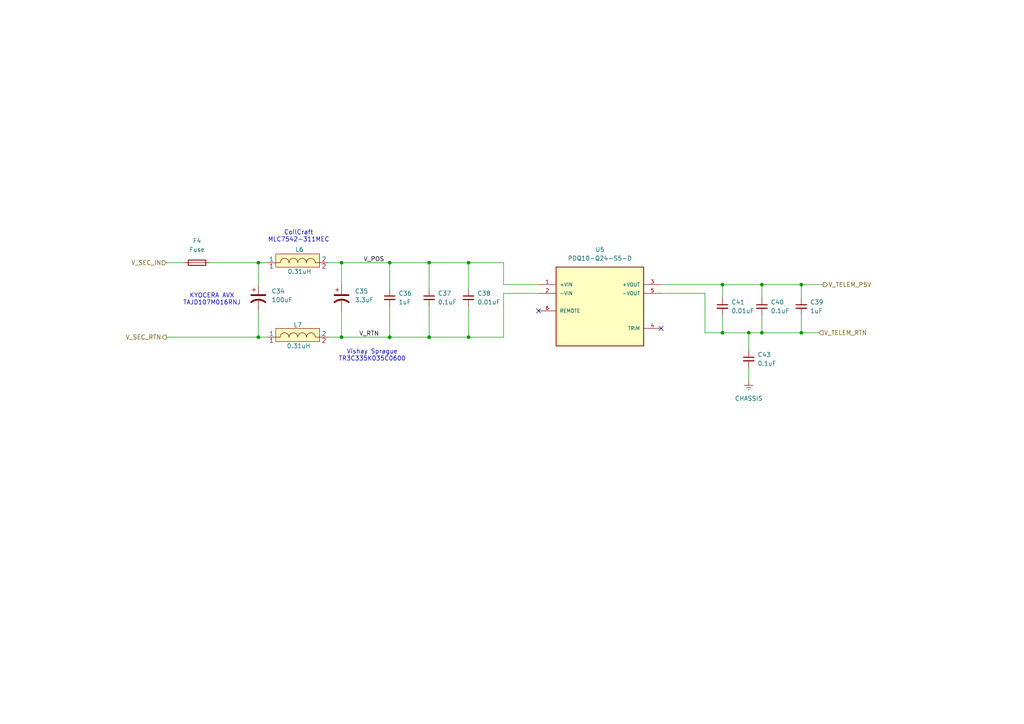
<source format=kicad_sch>
(kicad_sch
	(version 20231120)
	(generator "eeschema")
	(generator_version "8.0")
	(uuid "b7744ded-109c-46c8-ad98-e2758fb22f6e")
	(paper "A4")
	(lib_symbols
		(symbol "CUI:PDQ10-Q24-S3-D"
			(pin_names
				(offset 1.016)
			)
			(exclude_from_sim no)
			(in_bom yes)
			(on_board yes)
			(property "Reference" "U"
				(at -12.725 10.1799 0)
				(effects
					(font
						(size 1.27 1.27)
					)
					(justify left bottom)
				)
			)
			(property "Value" "PDQ10-Q24-S3-D"
				(at -12.7248 -15.2698 0)
				(effects
					(font
						(size 1.27 1.27)
					)
					(justify left bottom)
				)
			)
			(property "Footprint" "PDQ10-Q24-S3-D:CONV_PDQ10-Q24-S3-D"
				(at 0 0 0)
				(effects
					(font
						(size 1.27 1.27)
					)
					(justify bottom)
					(hide yes)
				)
			)
			(property "Datasheet" ""
				(at 0 0 0)
				(effects
					(font
						(size 1.27 1.27)
					)
					(hide yes)
				)
			)
			(property "Description" ""
				(at 0 0 0)
				(effects
					(font
						(size 1.27 1.27)
					)
					(hide yes)
				)
			)
			(property "MF" "CUI Inc."
				(at 0 0 0)
				(effects
					(font
						(size 1.27 1.27)
					)
					(justify bottom)
					(hide yes)
				)
			)
			(property "Description_1" "10 W, 4:1 Input Range, Single/Dual Regulated Output, 1500 Vdc Isolation, Dc-Dc Converter"
				(at 0 0 0)
				(effects
					(font
						(size 1.27 1.27)
					)
					(justify bottom)
					(hide yes)
				)
			)
			(property "Package" "DIP-6 CUI"
				(at 0 0 0)
				(effects
					(font
						(size 1.27 1.27)
					)
					(justify bottom)
					(hide yes)
				)
			)
			(property "Price" "None"
				(at 0 0 0)
				(effects
					(font
						(size 1.27 1.27)
					)
					(justify bottom)
					(hide yes)
				)
			)
			(property "Check_prices" "https://www.snapeda.com/parts/PDQ10-Q24-S3-D/CUI/view-part/?ref=eda"
				(at 0 0 0)
				(effects
					(font
						(size 1.27 1.27)
					)
					(justify bottom)
					(hide yes)
				)
			)
			(property "STANDARD" "Manufacturer Recommendations"
				(at 0 0 0)
				(effects
					(font
						(size 1.27 1.27)
					)
					(justify bottom)
					(hide yes)
				)
			)
			(property "PARTREV" "1.0"
				(at 0 0 0)
				(effects
					(font
						(size 1.27 1.27)
					)
					(justify bottom)
					(hide yes)
				)
			)
			(property "SnapEDA_Link" "https://www.snapeda.com/parts/PDQ10-Q24-S3-D/CUI/view-part/?ref=snap"
				(at 0 0 0)
				(effects
					(font
						(size 1.27 1.27)
					)
					(justify bottom)
					(hide yes)
				)
			)
			(property "MP" "PDQ10-Q24-S3-D"
				(at 0 0 0)
				(effects
					(font
						(size 1.27 1.27)
					)
					(justify bottom)
					(hide yes)
				)
			)
			(property "CUI_purchase_URL" "https://www.cui.com/product/dc-dc-converters/isolated/pdq10-d-series?utm_source=snapeda.com&utm_medium=referral&utm_campaign=snapedaBOM"
				(at 0 0 0)
				(effects
					(font
						(size 1.27 1.27)
					)
					(justify bottom)
					(hide yes)
				)
			)
			(property "Availability" "In Stock"
				(at 0 0 0)
				(effects
					(font
						(size 1.27 1.27)
					)
					(justify bottom)
					(hide yes)
				)
			)
			(property "MANUFACTURER" "CUI Inc"
				(at 0 0 0)
				(effects
					(font
						(size 1.27 1.27)
					)
					(justify bottom)
					(hide yes)
				)
			)
			(symbol "PDQ10-Q24-S3-D_0_0"
				(rectangle
					(start -12.7 -12.7)
					(end 12.7 10.16)
					(stroke
						(width 0.254)
						(type default)
					)
					(fill
						(type background)
					)
				)
				(pin input line
					(at -17.78 5.08 0)
					(length 5.08)
					(name "+VIN"
						(effects
							(font
								(size 1.016 1.016)
							)
						)
					)
					(number "1"
						(effects
							(font
								(size 1.016 1.016)
							)
						)
					)
				)
				(pin input line
					(at -17.78 2.54 0)
					(length 5.08)
					(name "-VIN"
						(effects
							(font
								(size 1.016 1.016)
							)
						)
					)
					(number "2"
						(effects
							(font
								(size 1.016 1.016)
							)
						)
					)
				)
				(pin output line
					(at 17.78 5.08 180)
					(length 5.08)
					(name "+VOUT"
						(effects
							(font
								(size 1.016 1.016)
							)
						)
					)
					(number "3"
						(effects
							(font
								(size 1.016 1.016)
							)
						)
					)
				)
				(pin passive line
					(at 17.78 -7.62 180)
					(length 5.08)
					(name "TRIM"
						(effects
							(font
								(size 1.016 1.016)
							)
						)
					)
					(number "4"
						(effects
							(font
								(size 1.016 1.016)
							)
						)
					)
				)
				(pin output line
					(at 17.78 2.54 180)
					(length 5.08)
					(name "-VOUT"
						(effects
							(font
								(size 1.016 1.016)
							)
						)
					)
					(number "5"
						(effects
							(font
								(size 1.016 1.016)
							)
						)
					)
				)
				(pin input line
					(at -17.78 -2.54 0)
					(length 5.08)
					(name "REMOTE"
						(effects
							(font
								(size 1.016 1.016)
							)
						)
					)
					(number "6"
						(effects
							(font
								(size 1.016 1.016)
							)
						)
					)
				)
			)
		)
		(symbol "CoilCraft:MLC7542"
			(pin_names
				(offset 0)
			)
			(exclude_from_sim no)
			(in_bom yes)
			(on_board yes)
			(property "Reference" "L"
				(at 5.334 3.81 0)
				(effects
					(font
						(size 1.27 1.27)
					)
				)
			)
			(property "Value" ""
				(at 6.35 3.302 0)
				(effects
					(font
						(size 1.27 1.27)
					)
				)
			)
			(property "Footprint" ""
				(at 6.35 3.302 0)
				(effects
					(font
						(size 1.27 1.27)
					)
					(hide yes)
				)
			)
			(property "Datasheet" ""
				(at 6.35 3.302 0)
				(effects
					(font
						(size 1.27 1.27)
					)
					(hide yes)
				)
			)
			(property "Description" ""
				(at 6.35 3.302 0)
				(effects
					(font
						(size 1.27 1.27)
					)
					(hide yes)
				)
			)
			(symbol "MLC7542_0_1"
				(arc
					(start 2.54 1.27)
					(mid 1.642 0.898)
					(end 1.27 0)
					(stroke
						(width 0)
						(type default)
					)
					(fill
						(type none)
					)
				)
				(arc
					(start 3.81 0)
					(mid 3.438 0.898)
					(end 2.54 1.27)
					(stroke
						(width 0)
						(type default)
					)
					(fill
						(type none)
					)
				)
				(arc
					(start 5.08 1.27)
					(mid 4.182 0.898)
					(end 3.81 0)
					(stroke
						(width 0)
						(type default)
					)
					(fill
						(type none)
					)
				)
				(arc
					(start 6.35 0)
					(mid 5.978 0.898)
					(end 5.08 1.27)
					(stroke
						(width 0)
						(type default)
					)
					(fill
						(type none)
					)
				)
				(arc
					(start 7.62 1.27)
					(mid 6.722 0.898)
					(end 6.35 0)
					(stroke
						(width 0)
						(type default)
					)
					(fill
						(type none)
					)
				)
				(arc
					(start 8.89 0)
					(mid 8.518 0.898)
					(end 7.62 1.27)
					(stroke
						(width 0)
						(type default)
					)
					(fill
						(type none)
					)
				)
				(arc
					(start 10.16 1.27)
					(mid 9.262 0.898)
					(end 8.89 0)
					(stroke
						(width 0)
						(type default)
					)
					(fill
						(type none)
					)
				)
				(arc
					(start 11.43 0)
					(mid 11.058 0.898)
					(end 10.16 1.27)
					(stroke
						(width 0)
						(type default)
					)
					(fill
						(type none)
					)
				)
			)
			(symbol "MLC7542_1_1"
				(polyline
					(pts
						(xy 1.27 0) (xy 0 0)
					)
					(stroke
						(width 0)
						(type default)
					)
					(fill
						(type none)
					)
				)
				(polyline
					(pts
						(xy 11.43 0) (xy 12.7 0)
					)
					(stroke
						(width 0)
						(type default)
					)
					(fill
						(type none)
					)
				)
				(rectangle
					(start 0 2.54)
					(end 12.7 -1.27)
					(stroke
						(width 0)
						(type default)
					)
					(fill
						(type background)
					)
				)
				(pin bidirectional line
					(at -2.54 0 0)
					(length 2.54)
					(name "1"
						(effects
							(font
								(size 1.27 1.27)
							)
						)
					)
					(number "1"
						(effects
							(font
								(size 1.27 1.27)
							)
						)
					)
				)
				(pin bidirectional line
					(at 15.24 0 180)
					(length 2.54)
					(name "2"
						(effects
							(font
								(size 1.27 1.27)
							)
						)
					)
					(number "2"
						(effects
							(font
								(size 1.27 1.27)
							)
						)
					)
				)
			)
		)
		(symbol "Device:C_Polarized_US"
			(pin_numbers hide)
			(pin_names
				(offset 0.254) hide)
			(exclude_from_sim no)
			(in_bom yes)
			(on_board yes)
			(property "Reference" "C"
				(at 0.635 2.54 0)
				(effects
					(font
						(size 1.27 1.27)
					)
					(justify left)
				)
			)
			(property "Value" "C_Polarized_US"
				(at 0.635 -2.54 0)
				(effects
					(font
						(size 1.27 1.27)
					)
					(justify left)
				)
			)
			(property "Footprint" ""
				(at 0 0 0)
				(effects
					(font
						(size 1.27 1.27)
					)
					(hide yes)
				)
			)
			(property "Datasheet" "~"
				(at 0 0 0)
				(effects
					(font
						(size 1.27 1.27)
					)
					(hide yes)
				)
			)
			(property "Description" "Polarized capacitor, US symbol"
				(at 0 0 0)
				(effects
					(font
						(size 1.27 1.27)
					)
					(hide yes)
				)
			)
			(property "ki_keywords" "cap capacitor"
				(at 0 0 0)
				(effects
					(font
						(size 1.27 1.27)
					)
					(hide yes)
				)
			)
			(property "ki_fp_filters" "CP_*"
				(at 0 0 0)
				(effects
					(font
						(size 1.27 1.27)
					)
					(hide yes)
				)
			)
			(symbol "C_Polarized_US_0_1"
				(polyline
					(pts
						(xy -2.032 0.762) (xy 2.032 0.762)
					)
					(stroke
						(width 0.508)
						(type default)
					)
					(fill
						(type none)
					)
				)
				(polyline
					(pts
						(xy -1.778 2.286) (xy -0.762 2.286)
					)
					(stroke
						(width 0)
						(type default)
					)
					(fill
						(type none)
					)
				)
				(polyline
					(pts
						(xy -1.27 1.778) (xy -1.27 2.794)
					)
					(stroke
						(width 0)
						(type default)
					)
					(fill
						(type none)
					)
				)
				(arc
					(start 2.032 -1.27)
					(mid 0 -0.5572)
					(end -2.032 -1.27)
					(stroke
						(width 0.508)
						(type default)
					)
					(fill
						(type none)
					)
				)
			)
			(symbol "C_Polarized_US_1_1"
				(pin passive line
					(at 0 3.81 270)
					(length 2.794)
					(name "~"
						(effects
							(font
								(size 1.27 1.27)
							)
						)
					)
					(number "1"
						(effects
							(font
								(size 1.27 1.27)
							)
						)
					)
				)
				(pin passive line
					(at 0 -3.81 90)
					(length 3.302)
					(name "~"
						(effects
							(font
								(size 1.27 1.27)
							)
						)
					)
					(number "2"
						(effects
							(font
								(size 1.27 1.27)
							)
						)
					)
				)
			)
		)
		(symbol "Device:C_Small"
			(pin_numbers hide)
			(pin_names
				(offset 0.254) hide)
			(exclude_from_sim no)
			(in_bom yes)
			(on_board yes)
			(property "Reference" "C"
				(at 0.254 1.778 0)
				(effects
					(font
						(size 1.27 1.27)
					)
					(justify left)
				)
			)
			(property "Value" "C_Small"
				(at 0.254 -2.032 0)
				(effects
					(font
						(size 1.27 1.27)
					)
					(justify left)
				)
			)
			(property "Footprint" ""
				(at 0 0 0)
				(effects
					(font
						(size 1.27 1.27)
					)
					(hide yes)
				)
			)
			(property "Datasheet" "~"
				(at 0 0 0)
				(effects
					(font
						(size 1.27 1.27)
					)
					(hide yes)
				)
			)
			(property "Description" "Unpolarized capacitor, small symbol"
				(at 0 0 0)
				(effects
					(font
						(size 1.27 1.27)
					)
					(hide yes)
				)
			)
			(property "ki_keywords" "capacitor cap"
				(at 0 0 0)
				(effects
					(font
						(size 1.27 1.27)
					)
					(hide yes)
				)
			)
			(property "ki_fp_filters" "C_*"
				(at 0 0 0)
				(effects
					(font
						(size 1.27 1.27)
					)
					(hide yes)
				)
			)
			(symbol "C_Small_0_1"
				(polyline
					(pts
						(xy -1.524 -0.508) (xy 1.524 -0.508)
					)
					(stroke
						(width 0.3302)
						(type default)
					)
					(fill
						(type none)
					)
				)
				(polyline
					(pts
						(xy -1.524 0.508) (xy 1.524 0.508)
					)
					(stroke
						(width 0.3048)
						(type default)
					)
					(fill
						(type none)
					)
				)
			)
			(symbol "C_Small_1_1"
				(pin passive line
					(at 0 2.54 270)
					(length 2.032)
					(name "~"
						(effects
							(font
								(size 1.27 1.27)
							)
						)
					)
					(number "1"
						(effects
							(font
								(size 1.27 1.27)
							)
						)
					)
				)
				(pin passive line
					(at 0 -2.54 90)
					(length 2.032)
					(name "~"
						(effects
							(font
								(size 1.27 1.27)
							)
						)
					)
					(number "2"
						(effects
							(font
								(size 1.27 1.27)
							)
						)
					)
				)
			)
		)
		(symbol "Device:Fuse"
			(pin_numbers hide)
			(pin_names
				(offset 0)
			)
			(exclude_from_sim no)
			(in_bom yes)
			(on_board yes)
			(property "Reference" "F"
				(at 2.032 0 90)
				(effects
					(font
						(size 1.27 1.27)
					)
				)
			)
			(property "Value" "Fuse"
				(at -1.905 0 90)
				(effects
					(font
						(size 1.27 1.27)
					)
				)
			)
			(property "Footprint" ""
				(at -1.778 0 90)
				(effects
					(font
						(size 1.27 1.27)
					)
					(hide yes)
				)
			)
			(property "Datasheet" "~"
				(at 0 0 0)
				(effects
					(font
						(size 1.27 1.27)
					)
					(hide yes)
				)
			)
			(property "Description" "Fuse"
				(at 0 0 0)
				(effects
					(font
						(size 1.27 1.27)
					)
					(hide yes)
				)
			)
			(property "ki_keywords" "fuse"
				(at 0 0 0)
				(effects
					(font
						(size 1.27 1.27)
					)
					(hide yes)
				)
			)
			(property "ki_fp_filters" "*Fuse*"
				(at 0 0 0)
				(effects
					(font
						(size 1.27 1.27)
					)
					(hide yes)
				)
			)
			(symbol "Fuse_0_1"
				(rectangle
					(start -0.762 -2.54)
					(end 0.762 2.54)
					(stroke
						(width 0.254)
						(type default)
					)
					(fill
						(type none)
					)
				)
				(polyline
					(pts
						(xy 0 2.54) (xy 0 -2.54)
					)
					(stroke
						(width 0)
						(type default)
					)
					(fill
						(type none)
					)
				)
			)
			(symbol "Fuse_1_1"
				(pin passive line
					(at 0 3.81 270)
					(length 1.27)
					(name "~"
						(effects
							(font
								(size 1.27 1.27)
							)
						)
					)
					(number "1"
						(effects
							(font
								(size 1.27 1.27)
							)
						)
					)
				)
				(pin passive line
					(at 0 -3.81 90)
					(length 1.27)
					(name "~"
						(effects
							(font
								(size 1.27 1.27)
							)
						)
					)
					(number "2"
						(effects
							(font
								(size 1.27 1.27)
							)
						)
					)
				)
			)
		)
		(symbol "power:Earth"
			(power)
			(pin_numbers hide)
			(pin_names
				(offset 0) hide)
			(exclude_from_sim no)
			(in_bom yes)
			(on_board yes)
			(property "Reference" "#PWR"
				(at 0 -6.35 0)
				(effects
					(font
						(size 1.27 1.27)
					)
					(hide yes)
				)
			)
			(property "Value" "Earth"
				(at 0 -3.81 0)
				(effects
					(font
						(size 1.27 1.27)
					)
				)
			)
			(property "Footprint" ""
				(at 0 0 0)
				(effects
					(font
						(size 1.27 1.27)
					)
					(hide yes)
				)
			)
			(property "Datasheet" "~"
				(at 0 0 0)
				(effects
					(font
						(size 1.27 1.27)
					)
					(hide yes)
				)
			)
			(property "Description" "Power symbol creates a global label with name \"Earth\""
				(at 0 0 0)
				(effects
					(font
						(size 1.27 1.27)
					)
					(hide yes)
				)
			)
			(property "ki_keywords" "global ground gnd"
				(at 0 0 0)
				(effects
					(font
						(size 1.27 1.27)
					)
					(hide yes)
				)
			)
			(symbol "Earth_0_1"
				(polyline
					(pts
						(xy -0.635 -1.905) (xy 0.635 -1.905)
					)
					(stroke
						(width 0)
						(type default)
					)
					(fill
						(type none)
					)
				)
				(polyline
					(pts
						(xy -0.127 -2.54) (xy 0.127 -2.54)
					)
					(stroke
						(width 0)
						(type default)
					)
					(fill
						(type none)
					)
				)
				(polyline
					(pts
						(xy 0 -1.27) (xy 0 0)
					)
					(stroke
						(width 0)
						(type default)
					)
					(fill
						(type none)
					)
				)
				(polyline
					(pts
						(xy 1.27 -1.27) (xy -1.27 -1.27)
					)
					(stroke
						(width 0)
						(type default)
					)
					(fill
						(type none)
					)
				)
			)
			(symbol "Earth_1_1"
				(pin power_in line
					(at 0 0 270)
					(length 0)
					(name "~"
						(effects
							(font
								(size 1.27 1.27)
							)
						)
					)
					(number "1"
						(effects
							(font
								(size 1.27 1.27)
							)
						)
					)
				)
			)
		)
	)
	(junction
		(at 113.03 97.79)
		(diameter 0)
		(color 0 0 0 0)
		(uuid "0ce0ea09-c738-425e-a826-69418a254374")
	)
	(junction
		(at 209.55 96.52)
		(diameter 0)
		(color 0 0 0 0)
		(uuid "2376f1fb-42d9-4de6-815a-f58a6e5f2cec")
	)
	(junction
		(at 217.17 96.52)
		(diameter 0)
		(color 0 0 0 0)
		(uuid "2480c5e1-a722-4fcd-9bab-9308bdf8037a")
	)
	(junction
		(at 74.93 76.2)
		(diameter 0)
		(color 0 0 0 0)
		(uuid "3d9579b6-3c25-47ab-b127-a6f2fb279565")
	)
	(junction
		(at 220.98 96.52)
		(diameter 0)
		(color 0 0 0 0)
		(uuid "5d92bbeb-c1ee-4439-bb91-44305ed6885a")
	)
	(junction
		(at 124.46 76.2)
		(diameter 0)
		(color 0 0 0 0)
		(uuid "5d9d8e5a-96c2-4c38-b45e-0a96333b9fcd")
	)
	(junction
		(at 135.89 97.79)
		(diameter 0)
		(color 0 0 0 0)
		(uuid "5e82c029-631b-48fd-9761-016ee6afd685")
	)
	(junction
		(at 232.41 82.55)
		(diameter 0)
		(color 0 0 0 0)
		(uuid "68dba727-dc17-43e8-be36-525e43e366e6")
	)
	(junction
		(at 99.06 97.79)
		(diameter 0)
		(color 0 0 0 0)
		(uuid "8c3dfdbf-6505-408e-a141-5b6d0f9de3ae")
	)
	(junction
		(at 99.06 76.2)
		(diameter 0)
		(color 0 0 0 0)
		(uuid "9f5b642d-cf92-4392-95bc-db7e822b1ee6")
	)
	(junction
		(at 209.55 82.55)
		(diameter 0)
		(color 0 0 0 0)
		(uuid "c5c8cdad-1012-4bb4-8194-5c319ceeed5d")
	)
	(junction
		(at 220.98 82.55)
		(diameter 0)
		(color 0 0 0 0)
		(uuid "db428d50-621d-4746-b666-921588e64a3b")
	)
	(junction
		(at 113.03 76.2)
		(diameter 0)
		(color 0 0 0 0)
		(uuid "e1d17820-39cf-4881-bb06-3069d3e09dd0")
	)
	(junction
		(at 74.93 97.79)
		(diameter 0)
		(color 0 0 0 0)
		(uuid "e4fa23ac-2a85-4a9e-b978-e881abe0812f")
	)
	(junction
		(at 124.46 97.79)
		(diameter 0)
		(color 0 0 0 0)
		(uuid "e77a9fac-ba6f-4937-bd1a-1679b8646795")
	)
	(junction
		(at 232.41 96.52)
		(diameter 0)
		(color 0 0 0 0)
		(uuid "f0b639d9-59d7-44f8-a97a-71e089436da9")
	)
	(junction
		(at 135.89 76.2)
		(diameter 0)
		(color 0 0 0 0)
		(uuid "f27b1f33-72cb-4a90-bdc7-06d99ea05f17")
	)
	(no_connect
		(at 191.77 95.25)
		(uuid "031c864d-1d61-4eb8-affd-c76b33171c87")
	)
	(no_connect
		(at 156.21 90.17)
		(uuid "782db715-1dec-47aa-8fbd-1b8d08b3bbd3")
	)
	(wire
		(pts
			(xy 113.03 97.79) (xy 99.06 97.79)
		)
		(stroke
			(width 0)
			(type default)
		)
		(uuid "01753280-2b49-4bd6-9e29-b20e67516307")
	)
	(wire
		(pts
			(xy 135.89 97.79) (xy 124.46 97.79)
		)
		(stroke
			(width 0)
			(type default)
		)
		(uuid "02ae4df2-7431-492c-a528-774d2a358ab1")
	)
	(wire
		(pts
			(xy 232.41 96.52) (xy 237.49 96.52)
		)
		(stroke
			(width 0)
			(type default)
		)
		(uuid "04b6062a-eb6f-451a-a151-b0771d655f82")
	)
	(wire
		(pts
			(xy 48.26 97.79) (xy 74.93 97.79)
		)
		(stroke
			(width 0)
			(type default)
		)
		(uuid "07ba2863-f795-4626-b573-9cf5ad38d9d6")
	)
	(wire
		(pts
			(xy 99.06 76.2) (xy 95.25 76.2)
		)
		(stroke
			(width 0)
			(type default)
		)
		(uuid "0b003cda-5667-433f-b1c9-382a57875af3")
	)
	(wire
		(pts
			(xy 232.41 82.55) (xy 232.41 86.36)
		)
		(stroke
			(width 0)
			(type default)
		)
		(uuid "0dffbf72-9109-470a-a6c4-a1665b0bfd6f")
	)
	(wire
		(pts
			(xy 146.05 76.2) (xy 146.05 82.55)
		)
		(stroke
			(width 0)
			(type default)
		)
		(uuid "0e4cc68a-d32e-434c-aba1-c592ed689488")
	)
	(wire
		(pts
			(xy 217.17 96.52) (xy 217.17 101.6)
		)
		(stroke
			(width 0)
			(type default)
		)
		(uuid "1a173448-fffe-45e2-a08a-42d16cca0455")
	)
	(wire
		(pts
			(xy 220.98 91.44) (xy 220.98 96.52)
		)
		(stroke
			(width 0)
			(type default)
		)
		(uuid "1d10b6a6-da80-44fb-b1a4-deb0c1694841")
	)
	(wire
		(pts
			(xy 232.41 82.55) (xy 238.76 82.55)
		)
		(stroke
			(width 0)
			(type default)
		)
		(uuid "21860a1a-2fd2-49c9-a69a-b7075a96e913")
	)
	(wire
		(pts
			(xy 124.46 97.79) (xy 113.03 97.79)
		)
		(stroke
			(width 0)
			(type default)
		)
		(uuid "2a40963e-5852-493d-8a12-042c7cdaeac8")
	)
	(wire
		(pts
			(xy 99.06 76.2) (xy 113.03 76.2)
		)
		(stroke
			(width 0)
			(type default)
		)
		(uuid "2d4e435a-881b-48ea-b12c-276e52605443")
	)
	(wire
		(pts
			(xy 60.96 76.2) (xy 74.93 76.2)
		)
		(stroke
			(width 0)
			(type default)
		)
		(uuid "36a1b167-48f6-4779-9a8d-58a4fe103aaa")
	)
	(wire
		(pts
			(xy 99.06 97.79) (xy 95.25 97.79)
		)
		(stroke
			(width 0)
			(type default)
		)
		(uuid "3ffe0e6a-cb4f-4a29-88bf-eb2eca70aa55")
	)
	(wire
		(pts
			(xy 146.05 97.79) (xy 135.89 97.79)
		)
		(stroke
			(width 0)
			(type default)
		)
		(uuid "494f76c3-1f23-4da9-a9c1-3d7ce073e6a6")
	)
	(wire
		(pts
			(xy 204.47 96.52) (xy 209.55 96.52)
		)
		(stroke
			(width 0)
			(type default)
		)
		(uuid "49e8c4b8-50e1-4d08-8400-1eb30cfe3d8b")
	)
	(wire
		(pts
			(xy 146.05 82.55) (xy 156.21 82.55)
		)
		(stroke
			(width 0)
			(type default)
		)
		(uuid "562782d9-7d69-457b-b8c7-06eb5662825f")
	)
	(wire
		(pts
			(xy 124.46 76.2) (xy 124.46 83.82)
		)
		(stroke
			(width 0)
			(type default)
		)
		(uuid "6f4270cf-7fb6-478a-8a1c-d02098af4116")
	)
	(wire
		(pts
			(xy 220.98 82.55) (xy 220.98 86.36)
		)
		(stroke
			(width 0)
			(type default)
		)
		(uuid "78187b63-c55a-4d11-b768-f5c631201858")
	)
	(wire
		(pts
			(xy 74.93 76.2) (xy 74.93 82.55)
		)
		(stroke
			(width 0)
			(type default)
		)
		(uuid "7988cbc8-cd1a-4ae3-8119-b870c8edf03d")
	)
	(wire
		(pts
			(xy 204.47 85.09) (xy 204.47 96.52)
		)
		(stroke
			(width 0)
			(type default)
		)
		(uuid "7c7b864f-2b31-486d-abba-900183ebf228")
	)
	(wire
		(pts
			(xy 146.05 85.09) (xy 156.21 85.09)
		)
		(stroke
			(width 0)
			(type default)
		)
		(uuid "7d4889e4-ebcb-40a1-896a-13e26fdad201")
	)
	(wire
		(pts
			(xy 209.55 82.55) (xy 220.98 82.55)
		)
		(stroke
			(width 0)
			(type default)
		)
		(uuid "8b492129-aa96-41ad-b502-032b44f2401c")
	)
	(wire
		(pts
			(xy 191.77 85.09) (xy 204.47 85.09)
		)
		(stroke
			(width 0)
			(type default)
		)
		(uuid "928f873e-ed58-4a3f-b303-7b3ab8e30310")
	)
	(wire
		(pts
			(xy 220.98 82.55) (xy 232.41 82.55)
		)
		(stroke
			(width 0)
			(type default)
		)
		(uuid "955ef3e7-53a2-49f2-aa0f-59a49695d893")
	)
	(wire
		(pts
			(xy 74.93 76.2) (xy 77.47 76.2)
		)
		(stroke
			(width 0)
			(type default)
		)
		(uuid "97f5aef7-72f6-4b21-9a99-fc31c7a5b91b")
	)
	(wire
		(pts
			(xy 135.89 88.9) (xy 135.89 97.79)
		)
		(stroke
			(width 0)
			(type default)
		)
		(uuid "9a3a4fd0-e6cd-4f6d-bd11-676f9453a017")
	)
	(wire
		(pts
			(xy 99.06 90.17) (xy 99.06 97.79)
		)
		(stroke
			(width 0)
			(type default)
		)
		(uuid "9d3a24f7-d874-4f09-8bb7-4524fd57ca16")
	)
	(wire
		(pts
			(xy 74.93 97.79) (xy 77.47 97.79)
		)
		(stroke
			(width 0)
			(type default)
		)
		(uuid "9f499458-5d7b-4642-ae89-af0185abcb0e")
	)
	(wire
		(pts
			(xy 146.05 85.09) (xy 146.05 97.79)
		)
		(stroke
			(width 0)
			(type default)
		)
		(uuid "9f9a61ac-cf23-4fed-9c6f-2c2f576f808e")
	)
	(wire
		(pts
			(xy 232.41 91.44) (xy 232.41 96.52)
		)
		(stroke
			(width 0)
			(type default)
		)
		(uuid "aa357873-620c-49d7-8944-e4a1912dce6a")
	)
	(wire
		(pts
			(xy 113.03 76.2) (xy 124.46 76.2)
		)
		(stroke
			(width 0)
			(type default)
		)
		(uuid "ac98f086-3ef7-4fc2-b12e-e1546a8e86ce")
	)
	(wire
		(pts
			(xy 124.46 88.9) (xy 124.46 97.79)
		)
		(stroke
			(width 0)
			(type default)
		)
		(uuid "ada339b0-1f83-420c-b97a-003f34d924ac")
	)
	(wire
		(pts
			(xy 74.93 90.17) (xy 74.93 97.79)
		)
		(stroke
			(width 0)
			(type default)
		)
		(uuid "af70471b-7ecb-4861-bf3a-3fc6619d21e9")
	)
	(wire
		(pts
			(xy 220.98 96.52) (xy 232.41 96.52)
		)
		(stroke
			(width 0)
			(type default)
		)
		(uuid "b0913b51-84fb-4477-89c5-754670882a32")
	)
	(wire
		(pts
			(xy 135.89 76.2) (xy 135.89 83.82)
		)
		(stroke
			(width 0)
			(type default)
		)
		(uuid "b85d5d95-68fb-4f19-a308-e70c475cfbdd")
	)
	(wire
		(pts
			(xy 217.17 106.68) (xy 217.17 110.49)
		)
		(stroke
			(width 0)
			(type default)
		)
		(uuid "b8e34386-49e5-4df7-b8b8-51ec484aad76")
	)
	(wire
		(pts
			(xy 217.17 96.52) (xy 220.98 96.52)
		)
		(stroke
			(width 0)
			(type default)
		)
		(uuid "c1a900e9-75b9-4cf5-b31f-2e1938a6ff54")
	)
	(wire
		(pts
			(xy 135.89 76.2) (xy 146.05 76.2)
		)
		(stroke
			(width 0)
			(type default)
		)
		(uuid "c7e14ebd-65d6-4ab1-bbb7-6e5acee100f7")
	)
	(wire
		(pts
			(xy 209.55 96.52) (xy 217.17 96.52)
		)
		(stroke
			(width 0)
			(type default)
		)
		(uuid "c9788c7a-f6b0-4c15-a0ff-db4ff6c4bae4")
	)
	(wire
		(pts
			(xy 209.55 82.55) (xy 209.55 86.36)
		)
		(stroke
			(width 0)
			(type default)
		)
		(uuid "d24de48e-fab5-4d30-a045-9d57859cdcdf")
	)
	(wire
		(pts
			(xy 209.55 91.44) (xy 209.55 96.52)
		)
		(stroke
			(width 0)
			(type default)
		)
		(uuid "d5c4799c-3602-4a4d-8e1c-e0b240f13def")
	)
	(wire
		(pts
			(xy 113.03 88.9) (xy 113.03 97.79)
		)
		(stroke
			(width 0)
			(type default)
		)
		(uuid "da90c36a-ae4c-4543-adc1-d4cc3ec912ea")
	)
	(wire
		(pts
			(xy 113.03 76.2) (xy 113.03 83.82)
		)
		(stroke
			(width 0)
			(type default)
		)
		(uuid "e53179e1-284e-4612-97af-455272081c5d")
	)
	(wire
		(pts
			(xy 191.77 82.55) (xy 209.55 82.55)
		)
		(stroke
			(width 0)
			(type default)
		)
		(uuid "ea812dc3-3226-45f8-978f-ddd5d3cf5ab1")
	)
	(wire
		(pts
			(xy 48.26 76.2) (xy 53.34 76.2)
		)
		(stroke
			(width 0)
			(type default)
		)
		(uuid "ea83be9d-6e5e-463e-8868-ff2af58bbb3b")
	)
	(wire
		(pts
			(xy 99.06 82.55) (xy 99.06 76.2)
		)
		(stroke
			(width 0)
			(type default)
		)
		(uuid "ee918579-48e7-4387-b0c6-854dfbe7e5a2")
	)
	(wire
		(pts
			(xy 124.46 76.2) (xy 135.89 76.2)
		)
		(stroke
			(width 0)
			(type default)
		)
		(uuid "f6834ddf-ae90-449b-abb8-94087cd4d1f0")
	)
	(text "CoilCraft\nMLC7542-311MEC"
		(exclude_from_sim no)
		(at 86.614 68.58 0)
		(effects
			(font
				(size 1.27 1.27)
			)
		)
		(uuid "6b158f83-711d-48ca-90ff-78cc1dbe304b")
	)
	(text "Vishay Sprague\nTR3C335K035C0600"
		(exclude_from_sim no)
		(at 107.95 103.124 0)
		(effects
			(font
				(size 1.27 1.27)
			)
		)
		(uuid "aede731e-06f1-482a-957f-d91798d86188")
	)
	(text "KYOCERA AVX\nTAJD107M016RNJ"
		(exclude_from_sim no)
		(at 61.468 86.868 0)
		(effects
			(font
				(size 1.27 1.27)
			)
		)
		(uuid "f0f0f5db-4dcb-4d73-ad64-7bd07a2a753e")
	)
	(label "V_RTN"
		(at 104.14 97.79 0)
		(fields_autoplaced yes)
		(effects
			(font
				(size 1.27 1.27)
			)
			(justify left bottom)
		)
		(uuid "6d0b91c8-3921-4b21-b01e-14d9ac739d98")
	)
	(label "V_POS"
		(at 105.41 76.2 0)
		(fields_autoplaced yes)
		(effects
			(font
				(size 1.27 1.27)
			)
			(justify left bottom)
		)
		(uuid "f5b5726c-4e85-4e24-b60c-12d32539904d")
	)
	(hierarchical_label "V_TELEM_RTN"
		(shape input)
		(at 237.49 96.52 0)
		(fields_autoplaced yes)
		(effects
			(font
				(size 1.27 1.27)
			)
			(justify left)
		)
		(uuid "681010ae-d6f5-41a0-9f55-eeadcdbc8201")
	)
	(hierarchical_label "V_SEC_IN"
		(shape input)
		(at 48.26 76.2 180)
		(fields_autoplaced yes)
		(effects
			(font
				(size 1.27 1.27)
			)
			(justify right)
		)
		(uuid "6f4a97e4-623c-4be7-bc9e-c7b1f2bdd8e5")
	)
	(hierarchical_label "V_SEC_RTN"
		(shape output)
		(at 48.26 97.79 180)
		(fields_autoplaced yes)
		(effects
			(font
				(size 1.27 1.27)
			)
			(justify right)
		)
		(uuid "cf306afd-961b-4166-b281-63de5df00f3e")
	)
	(hierarchical_label "V_TELEM_P5V"
		(shape output)
		(at 238.76 82.55 0)
		(fields_autoplaced yes)
		(effects
			(font
				(size 1.27 1.27)
			)
			(justify left)
		)
		(uuid "f7aacde6-f7dd-4b3b-835e-7b48e5ecc443")
	)
	(symbol
		(lib_id "Device:C_Polarized_US")
		(at 74.93 86.36 0)
		(unit 1)
		(exclude_from_sim no)
		(in_bom yes)
		(on_board yes)
		(dnp no)
		(fields_autoplaced yes)
		(uuid "014ff4fd-bc6a-4711-8e43-194fa46b6b20")
		(property "Reference" "C34"
			(at 78.74 84.4549 0)
			(effects
				(font
					(size 1.27 1.27)
				)
				(justify left)
			)
		)
		(property "Value" "100uF"
			(at 78.74 86.9949 0)
			(effects
				(font
					(size 1.27 1.27)
				)
				(justify left)
			)
		)
		(property "Footprint" "Capacitor_Tantalum_SMD:CP_EIA-7343-20_Kemet-V"
			(at 74.93 86.36 0)
			(effects
				(font
					(size 1.27 1.27)
				)
				(hide yes)
			)
		)
		(property "Datasheet" "~"
			(at 74.93 86.36 0)
			(effects
				(font
					(size 1.27 1.27)
				)
				(hide yes)
			)
		)
		(property "Description" "Polarized capacitor, US symbol"
			(at 74.93 86.36 0)
			(effects
				(font
					(size 1.27 1.27)
				)
				(hide yes)
			)
		)
		(pin "1"
			(uuid "ce32926e-ffd2-4b8b-b150-858dc42e3035")
		)
		(pin "2"
			(uuid "e3f61c38-fc96-4c0b-b999-83ff26098193")
		)
		(instances
			(project "TPC_Warm_PDU"
				(path "/82db3d13-eee7-4cef-9304-5eb9febba289/b6895e8b-2d21-47e2-aeea-9a8b65123b4c"
					(reference "C34")
					(unit 1)
				)
			)
		)
	)
	(symbol
		(lib_id "Device:C_Small")
		(at 220.98 88.9 0)
		(unit 1)
		(exclude_from_sim no)
		(in_bom yes)
		(on_board yes)
		(dnp no)
		(fields_autoplaced yes)
		(uuid "1fd64987-16f9-4697-bccb-c0f487f3890a")
		(property "Reference" "C40"
			(at 223.52 87.6362 0)
			(effects
				(font
					(size 1.27 1.27)
				)
				(justify left)
			)
		)
		(property "Value" "0.1uF"
			(at 223.52 90.1762 0)
			(effects
				(font
					(size 1.27 1.27)
				)
				(justify left)
			)
		)
		(property "Footprint" "Capacitor_SMD:C_0603_1608Metric"
			(at 220.98 88.9 0)
			(effects
				(font
					(size 1.27 1.27)
				)
				(hide yes)
			)
		)
		(property "Datasheet" "~"
			(at 220.98 88.9 0)
			(effects
				(font
					(size 1.27 1.27)
				)
				(hide yes)
			)
		)
		(property "Description" "Unpolarized capacitor, small symbol"
			(at 220.98 88.9 0)
			(effects
				(font
					(size 1.27 1.27)
				)
				(hide yes)
			)
		)
		(pin "2"
			(uuid "903d0cde-6eb3-4983-afbd-483dc41be7a4")
		)
		(pin "1"
			(uuid "33825615-35f3-4319-abcb-330501b54049")
		)
		(instances
			(project "TPC_Warm_PDU"
				(path "/82db3d13-eee7-4cef-9304-5eb9febba289/b6895e8b-2d21-47e2-aeea-9a8b65123b4c"
					(reference "C40")
					(unit 1)
				)
			)
		)
	)
	(symbol
		(lib_id "Device:C_Small")
		(at 113.03 86.36 0)
		(unit 1)
		(exclude_from_sim no)
		(in_bom yes)
		(on_board yes)
		(dnp no)
		(fields_autoplaced yes)
		(uuid "49329201-525f-4165-b932-d9c42390c25c")
		(property "Reference" "C36"
			(at 115.57 85.0962 0)
			(effects
				(font
					(size 1.27 1.27)
				)
				(justify left)
			)
		)
		(property "Value" "1uF"
			(at 115.57 87.6362 0)
			(effects
				(font
					(size 1.27 1.27)
				)
				(justify left)
			)
		)
		(property "Footprint" "Capacitor_SMD:C_0603_1608Metric"
			(at 113.03 86.36 0)
			(effects
				(font
					(size 1.27 1.27)
				)
				(hide yes)
			)
		)
		(property "Datasheet" "~"
			(at 113.03 86.36 0)
			(effects
				(font
					(size 1.27 1.27)
				)
				(hide yes)
			)
		)
		(property "Description" "Unpolarized capacitor, small symbol"
			(at 113.03 86.36 0)
			(effects
				(font
					(size 1.27 1.27)
				)
				(hide yes)
			)
		)
		(pin "2"
			(uuid "761fa6bd-2f24-4dc8-8f71-5962fab4087b")
		)
		(pin "1"
			(uuid "fcc83ab9-b7c4-40aa-b865-9e25c5ce8d9f")
		)
		(instances
			(project "TPC_Warm_PDU"
				(path "/82db3d13-eee7-4cef-9304-5eb9febba289/b6895e8b-2d21-47e2-aeea-9a8b65123b4c"
					(reference "C36")
					(unit 1)
				)
			)
		)
	)
	(symbol
		(lib_id "CoilCraft:MLC7542")
		(at 80.01 76.2 0)
		(unit 1)
		(exclude_from_sim no)
		(in_bom yes)
		(on_board yes)
		(dnp no)
		(uuid "4f0fe658-6ab3-4bd2-b89c-335d39f5e0b7")
		(property "Reference" "L6"
			(at 86.868 72.39 0)
			(effects
				(font
					(size 1.27 1.27)
				)
			)
		)
		(property "Value" "0.31uH"
			(at 86.868 78.74 0)
			(effects
				(font
					(size 1.27 1.27)
				)
			)
		)
		(property "Footprint" "CoilCraft:MLC7542-311MEC"
			(at 86.36 72.898 0)
			(effects
				(font
					(size 1.27 1.27)
				)
				(hide yes)
			)
		)
		(property "Datasheet" ""
			(at 86.36 72.898 0)
			(effects
				(font
					(size 1.27 1.27)
				)
				(hide yes)
			)
		)
		(property "Description" ""
			(at 86.36 72.898 0)
			(effects
				(font
					(size 1.27 1.27)
				)
				(hide yes)
			)
		)
		(pin "2"
			(uuid "c8994b43-2cd3-453e-8fc1-0dcb54a6fa77")
		)
		(pin "1"
			(uuid "bc5ab692-16bd-4c17-8d74-c5f0230994d6")
		)
		(instances
			(project "TPC_Warm_PDU"
				(path "/82db3d13-eee7-4cef-9304-5eb9febba289/b6895e8b-2d21-47e2-aeea-9a8b65123b4c"
					(reference "L6")
					(unit 1)
				)
			)
		)
	)
	(symbol
		(lib_id "Device:C_Small")
		(at 135.89 86.36 0)
		(unit 1)
		(exclude_from_sim no)
		(in_bom yes)
		(on_board yes)
		(dnp no)
		(fields_autoplaced yes)
		(uuid "57dd14c6-3092-4adb-a5f0-6f5c959c27e7")
		(property "Reference" "C38"
			(at 138.43 85.0962 0)
			(effects
				(font
					(size 1.27 1.27)
				)
				(justify left)
			)
		)
		(property "Value" "0.01uF"
			(at 138.43 87.6362 0)
			(effects
				(font
					(size 1.27 1.27)
				)
				(justify left)
			)
		)
		(property "Footprint" "Capacitor_SMD:C_0603_1608Metric"
			(at 135.89 86.36 0)
			(effects
				(font
					(size 1.27 1.27)
				)
				(hide yes)
			)
		)
		(property "Datasheet" "~"
			(at 135.89 86.36 0)
			(effects
				(font
					(size 1.27 1.27)
				)
				(hide yes)
			)
		)
		(property "Description" "Unpolarized capacitor, small symbol"
			(at 135.89 86.36 0)
			(effects
				(font
					(size 1.27 1.27)
				)
				(hide yes)
			)
		)
		(pin "2"
			(uuid "cd1f5e63-6bb8-4f5a-953b-d15fcbec919c")
		)
		(pin "1"
			(uuid "449bb230-de38-4eb6-8369-357aee0bcd3b")
		)
		(instances
			(project "TPC_Warm_PDU"
				(path "/82db3d13-eee7-4cef-9304-5eb9febba289/b6895e8b-2d21-47e2-aeea-9a8b65123b4c"
					(reference "C38")
					(unit 1)
				)
			)
		)
	)
	(symbol
		(lib_id "Device:C_Small")
		(at 217.17 104.14 0)
		(unit 1)
		(exclude_from_sim no)
		(in_bom yes)
		(on_board yes)
		(dnp no)
		(fields_autoplaced yes)
		(uuid "626fdb83-590f-475b-b476-5cd5e964bdbf")
		(property "Reference" "C43"
			(at 219.71 102.8762 0)
			(effects
				(font
					(size 1.27 1.27)
				)
				(justify left)
			)
		)
		(property "Value" "0.1uF"
			(at 219.71 105.4162 0)
			(effects
				(font
					(size 1.27 1.27)
				)
				(justify left)
			)
		)
		(property "Footprint" "Capacitor_SMD:C_0603_1608Metric"
			(at 217.17 104.14 0)
			(effects
				(font
					(size 1.27 1.27)
				)
				(hide yes)
			)
		)
		(property "Datasheet" "~"
			(at 217.17 104.14 0)
			(effects
				(font
					(size 1.27 1.27)
				)
				(hide yes)
			)
		)
		(property "Description" "Unpolarized capacitor, small symbol"
			(at 217.17 104.14 0)
			(effects
				(font
					(size 1.27 1.27)
				)
				(hide yes)
			)
		)
		(pin "2"
			(uuid "f642df19-7992-47f4-ab2f-5c8bddb590ef")
		)
		(pin "1"
			(uuid "715ab5c5-2632-4d8a-a7a3-8c85cd17aed1")
		)
		(instances
			(project "TPC_Warm_PDU"
				(path "/82db3d13-eee7-4cef-9304-5eb9febba289/b6895e8b-2d21-47e2-aeea-9a8b65123b4c"
					(reference "C43")
					(unit 1)
				)
			)
		)
	)
	(symbol
		(lib_id "CUI:PDQ10-Q24-S3-D")
		(at 173.99 87.63 0)
		(unit 1)
		(exclude_from_sim no)
		(in_bom yes)
		(on_board yes)
		(dnp no)
		(fields_autoplaced yes)
		(uuid "6ba4e57d-b376-4cfc-9286-4e0b7f6f6755")
		(property "Reference" "U5"
			(at 173.99 72.39 0)
			(effects
				(font
					(size 1.27 1.27)
				)
			)
		)
		(property "Value" "PDQ10-Q24-S5-D"
			(at 173.99 74.93 0)
			(effects
				(font
					(size 1.27 1.27)
				)
			)
		)
		(property "Footprint" "PDQ10-Q24-S3-D:CONV_PDQ10-Q24-S3-D"
			(at 173.99 87.63 0)
			(effects
				(font
					(size 1.27 1.27)
				)
				(justify bottom)
				(hide yes)
			)
		)
		(property "Datasheet" ""
			(at 173.99 87.63 0)
			(effects
				(font
					(size 1.27 1.27)
				)
				(hide yes)
			)
		)
		(property "Description" ""
			(at 173.99 87.63 0)
			(effects
				(font
					(size 1.27 1.27)
				)
				(hide yes)
			)
		)
		(property "MF" "CUI Inc."
			(at 173.99 87.63 0)
			(effects
				(font
					(size 1.27 1.27)
				)
				(justify bottom)
				(hide yes)
			)
		)
		(property "Description_1" "10 W, 4:1 Input Range, Single/Dual Regulated Output, 1500 Vdc Isolation, Dc-Dc Converter"
			(at 173.99 87.63 0)
			(effects
				(font
					(size 1.27 1.27)
				)
				(justify bottom)
				(hide yes)
			)
		)
		(property "Package" "DIP-6 CUI"
			(at 173.99 87.63 0)
			(effects
				(font
					(size 1.27 1.27)
				)
				(justify bottom)
				(hide yes)
			)
		)
		(property "Price" "None"
			(at 173.99 87.63 0)
			(effects
				(font
					(size 1.27 1.27)
				)
				(justify bottom)
				(hide yes)
			)
		)
		(property "Check_prices" "https://www.snapeda.com/parts/PDQ10-Q24-S3-D/CUI/view-part/?ref=eda"
			(at 173.99 87.63 0)
			(effects
				(font
					(size 1.27 1.27)
				)
				(justify bottom)
				(hide yes)
			)
		)
		(property "STANDARD" "Manufacturer Recommendations"
			(at 173.99 87.63 0)
			(effects
				(font
					(size 1.27 1.27)
				)
				(justify bottom)
				(hide yes)
			)
		)
		(property "PARTREV" "1.0"
			(at 173.99 87.63 0)
			(effects
				(font
					(size 1.27 1.27)
				)
				(justify bottom)
				(hide yes)
			)
		)
		(property "SnapEDA_Link" "https://www.snapeda.com/parts/PDQ10-Q24-S3-D/CUI/view-part/?ref=snap"
			(at 173.99 87.63 0)
			(effects
				(font
					(size 1.27 1.27)
				)
				(justify bottom)
				(hide yes)
			)
		)
		(property "MP" "PDQ10-Q24-S3-D"
			(at 173.99 87.63 0)
			(effects
				(font
					(size 1.27 1.27)
				)
				(justify bottom)
				(hide yes)
			)
		)
		(property "CUI_purchase_URL" "https://www.cui.com/product/dc-dc-converters/isolated/pdq10-d-series?utm_source=snapeda.com&utm_medium=referral&utm_campaign=snapedaBOM"
			(at 173.99 87.63 0)
			(effects
				(font
					(size 1.27 1.27)
				)
				(justify bottom)
				(hide yes)
			)
		)
		(property "Availability" "In Stock"
			(at 173.99 87.63 0)
			(effects
				(font
					(size 1.27 1.27)
				)
				(justify bottom)
				(hide yes)
			)
		)
		(property "MANUFACTURER" "CUI Inc"
			(at 173.99 87.63 0)
			(effects
				(font
					(size 1.27 1.27)
				)
				(justify bottom)
				(hide yes)
			)
		)
		(pin "4"
			(uuid "e7bae46a-674f-48f8-a4e2-51741f6cdb7b")
		)
		(pin "5"
			(uuid "c6194322-170d-40ed-9453-3858b033a13d")
		)
		(pin "6"
			(uuid "89801aa4-fc66-4c3c-8b62-1f89d216c333")
		)
		(pin "1"
			(uuid "b533b6d1-cfe7-4437-8863-03ee50cc3cda")
		)
		(pin "2"
			(uuid "e5d0a8b4-25ad-4252-9155-d69a10b65645")
		)
		(pin "3"
			(uuid "b93f47ff-4eff-4e60-83b9-27fd3690b378")
		)
		(instances
			(project "TPC_Warm_PDU"
				(path "/82db3d13-eee7-4cef-9304-5eb9febba289/b6895e8b-2d21-47e2-aeea-9a8b65123b4c"
					(reference "U5")
					(unit 1)
				)
			)
		)
	)
	(symbol
		(lib_id "Device:C_Small")
		(at 124.46 86.36 0)
		(unit 1)
		(exclude_from_sim no)
		(in_bom yes)
		(on_board yes)
		(dnp no)
		(fields_autoplaced yes)
		(uuid "b18eebc5-6af4-455e-8082-ceb0c056e761")
		(property "Reference" "C37"
			(at 127 85.0962 0)
			(effects
				(font
					(size 1.27 1.27)
				)
				(justify left)
			)
		)
		(property "Value" "0.1uF"
			(at 127 87.6362 0)
			(effects
				(font
					(size 1.27 1.27)
				)
				(justify left)
			)
		)
		(property "Footprint" "Capacitor_SMD:C_0603_1608Metric"
			(at 124.46 86.36 0)
			(effects
				(font
					(size 1.27 1.27)
				)
				(hide yes)
			)
		)
		(property "Datasheet" "~"
			(at 124.46 86.36 0)
			(effects
				(font
					(size 1.27 1.27)
				)
				(hide yes)
			)
		)
		(property "Description" "Unpolarized capacitor, small symbol"
			(at 124.46 86.36 0)
			(effects
				(font
					(size 1.27 1.27)
				)
				(hide yes)
			)
		)
		(pin "2"
			(uuid "1915d043-6adb-49e1-b017-cf792d368940")
		)
		(pin "1"
			(uuid "939119b0-9e29-4272-82b1-0dc085a34c32")
		)
		(instances
			(project "TPC_Warm_PDU"
				(path "/82db3d13-eee7-4cef-9304-5eb9febba289/b6895e8b-2d21-47e2-aeea-9a8b65123b4c"
					(reference "C37")
					(unit 1)
				)
			)
		)
	)
	(symbol
		(lib_id "Device:Fuse")
		(at 57.15 76.2 90)
		(unit 1)
		(exclude_from_sim no)
		(in_bom yes)
		(on_board yes)
		(dnp no)
		(fields_autoplaced yes)
		(uuid "bfcdfba3-ae6a-4a26-8bef-71400cbada84")
		(property "Reference" "F4"
			(at 57.15 69.85 90)
			(effects
				(font
					(size 1.27 1.27)
				)
			)
		)
		(property "Value" "Fuse"
			(at 57.15 72.39 90)
			(effects
				(font
					(size 1.27 1.27)
				)
			)
		)
		(property "Footprint" ""
			(at 57.15 77.978 90)
			(effects
				(font
					(size 1.27 1.27)
				)
				(hide yes)
			)
		)
		(property "Datasheet" "~"
			(at 57.15 76.2 0)
			(effects
				(font
					(size 1.27 1.27)
				)
				(hide yes)
			)
		)
		(property "Description" "Fuse"
			(at 57.15 76.2 0)
			(effects
				(font
					(size 1.27 1.27)
				)
				(hide yes)
			)
		)
		(pin "2"
			(uuid "42485902-26b7-47de-b205-d3d84cc8a898")
		)
		(pin "1"
			(uuid "a0a4fff9-29a0-428d-af18-23c1042b9a2c")
		)
		(instances
			(project "TPC_Warm_PDU"
				(path "/82db3d13-eee7-4cef-9304-5eb9febba289/b6895e8b-2d21-47e2-aeea-9a8b65123b4c"
					(reference "F4")
					(unit 1)
				)
			)
		)
	)
	(symbol
		(lib_id "Device:C_Small")
		(at 209.55 88.9 0)
		(unit 1)
		(exclude_from_sim no)
		(in_bom yes)
		(on_board yes)
		(dnp no)
		(fields_autoplaced yes)
		(uuid "cbfbeed5-4595-43b6-ac60-ee960c51a88b")
		(property "Reference" "C41"
			(at 212.09 87.6362 0)
			(effects
				(font
					(size 1.27 1.27)
				)
				(justify left)
			)
		)
		(property "Value" "0.01uF"
			(at 212.09 90.1762 0)
			(effects
				(font
					(size 1.27 1.27)
				)
				(justify left)
			)
		)
		(property "Footprint" "Capacitor_SMD:C_0603_1608Metric"
			(at 209.55 88.9 0)
			(effects
				(font
					(size 1.27 1.27)
				)
				(hide yes)
			)
		)
		(property "Datasheet" "~"
			(at 209.55 88.9 0)
			(effects
				(font
					(size 1.27 1.27)
				)
				(hide yes)
			)
		)
		(property "Description" "Unpolarized capacitor, small symbol"
			(at 209.55 88.9 0)
			(effects
				(font
					(size 1.27 1.27)
				)
				(hide yes)
			)
		)
		(pin "2"
			(uuid "2b68018c-6f57-47be-8613-159e8153f20f")
		)
		(pin "1"
			(uuid "50175172-1c7d-49ac-8a6b-e67bf36e1554")
		)
		(instances
			(project "TPC_Warm_PDU"
				(path "/82db3d13-eee7-4cef-9304-5eb9febba289/b6895e8b-2d21-47e2-aeea-9a8b65123b4c"
					(reference "C41")
					(unit 1)
				)
			)
		)
	)
	(symbol
		(lib_id "Device:C_Small")
		(at 232.41 88.9 0)
		(unit 1)
		(exclude_from_sim no)
		(in_bom yes)
		(on_board yes)
		(dnp no)
		(fields_autoplaced yes)
		(uuid "db71f55f-ff28-4b4a-83cd-53fae6a7224c")
		(property "Reference" "C39"
			(at 234.95 87.6362 0)
			(effects
				(font
					(size 1.27 1.27)
				)
				(justify left)
			)
		)
		(property "Value" "1uF"
			(at 234.95 90.1762 0)
			(effects
				(font
					(size 1.27 1.27)
				)
				(justify left)
			)
		)
		(property "Footprint" "Capacitor_SMD:C_0603_1608Metric"
			(at 232.41 88.9 0)
			(effects
				(font
					(size 1.27 1.27)
				)
				(hide yes)
			)
		)
		(property "Datasheet" "~"
			(at 232.41 88.9 0)
			(effects
				(font
					(size 1.27 1.27)
				)
				(hide yes)
			)
		)
		(property "Description" "Unpolarized capacitor, small symbol"
			(at 232.41 88.9 0)
			(effects
				(font
					(size 1.27 1.27)
				)
				(hide yes)
			)
		)
		(pin "2"
			(uuid "492834d8-0c78-4a65-bd73-45f348ecf28e")
		)
		(pin "1"
			(uuid "79a1bf7a-7107-431f-af95-2e45e1c0c3ec")
		)
		(instances
			(project "TPC_Warm_PDU"
				(path "/82db3d13-eee7-4cef-9304-5eb9febba289/b6895e8b-2d21-47e2-aeea-9a8b65123b4c"
					(reference "C39")
					(unit 1)
				)
			)
		)
	)
	(symbol
		(lib_id "Device:C_Polarized_US")
		(at 99.06 86.36 0)
		(unit 1)
		(exclude_from_sim no)
		(in_bom yes)
		(on_board yes)
		(dnp no)
		(fields_autoplaced yes)
		(uuid "f035fdd5-9f75-4182-8b06-298907bcc9f2")
		(property "Reference" "C35"
			(at 102.87 84.4549 0)
			(effects
				(font
					(size 1.27 1.27)
				)
				(justify left)
			)
		)
		(property "Value" "3.3uF"
			(at 102.87 86.9949 0)
			(effects
				(font
					(size 1.27 1.27)
				)
				(justify left)
			)
		)
		(property "Footprint" "Capacitor_Tantalum_SMD:CP_EIA-3216-12_Kemet-S"
			(at 99.06 86.36 0)
			(effects
				(font
					(size 1.27 1.27)
				)
				(hide yes)
			)
		)
		(property "Datasheet" "~"
			(at 99.06 86.36 0)
			(effects
				(font
					(size 1.27 1.27)
				)
				(hide yes)
			)
		)
		(property "Description" "Polarized capacitor, US symbol"
			(at 99.06 86.36 0)
			(effects
				(font
					(size 1.27 1.27)
				)
				(hide yes)
			)
		)
		(pin "1"
			(uuid "817dcde4-a268-4f28-88a2-21ed183f7b9f")
		)
		(pin "2"
			(uuid "32a98260-27f3-46aa-a0b1-24f015da92a8")
		)
		(instances
			(project "TPC_Warm_PDU"
				(path "/82db3d13-eee7-4cef-9304-5eb9febba289/b6895e8b-2d21-47e2-aeea-9a8b65123b4c"
					(reference "C35")
					(unit 1)
				)
			)
		)
	)
	(symbol
		(lib_id "CoilCraft:MLC7542")
		(at 80.01 97.79 0)
		(unit 1)
		(exclude_from_sim no)
		(in_bom yes)
		(on_board yes)
		(dnp no)
		(uuid "f3026c4a-3b18-45d2-8025-1171f264d3d6")
		(property "Reference" "L7"
			(at 86.36 94.234 0)
			(effects
				(font
					(size 1.27 1.27)
				)
			)
		)
		(property "Value" "0.31uH"
			(at 86.614 100.33 0)
			(effects
				(font
					(size 1.27 1.27)
				)
			)
		)
		(property "Footprint" "CoilCraft:MLC7542-311MEC"
			(at 86.36 94.488 0)
			(effects
				(font
					(size 1.27 1.27)
				)
				(hide yes)
			)
		)
		(property "Datasheet" ""
			(at 86.36 94.488 0)
			(effects
				(font
					(size 1.27 1.27)
				)
				(hide yes)
			)
		)
		(property "Description" ""
			(at 86.36 94.488 0)
			(effects
				(font
					(size 1.27 1.27)
				)
				(hide yes)
			)
		)
		(pin "2"
			(uuid "58d4ff69-0c7f-4f24-b611-e52f3c6af8b9")
		)
		(pin "1"
			(uuid "13ea255e-e739-430b-8709-db6e57b7b7cd")
		)
		(instances
			(project "TPC_Warm_PDU"
				(path "/82db3d13-eee7-4cef-9304-5eb9febba289/b6895e8b-2d21-47e2-aeea-9a8b65123b4c"
					(reference "L7")
					(unit 1)
				)
			)
		)
	)
	(symbol
		(lib_id "power:Earth")
		(at 217.17 110.49 0)
		(unit 1)
		(exclude_from_sim no)
		(in_bom yes)
		(on_board yes)
		(dnp no)
		(fields_autoplaced yes)
		(uuid "fddc6668-214c-4ec9-9bcc-48eab256357e")
		(property "Reference" "#PWR06"
			(at 217.17 116.84 0)
			(effects
				(font
					(size 1.27 1.27)
				)
				(hide yes)
			)
		)
		(property "Value" "CHASSIS"
			(at 217.17 115.57 0)
			(effects
				(font
					(size 1.27 1.27)
				)
			)
		)
		(property "Footprint" ""
			(at 217.17 110.49 0)
			(effects
				(font
					(size 1.27 1.27)
				)
				(hide yes)
			)
		)
		(property "Datasheet" "~"
			(at 217.17 110.49 0)
			(effects
				(font
					(size 1.27 1.27)
				)
				(hide yes)
			)
		)
		(property "Description" "Power symbol creates a global label with name \"Earth\""
			(at 217.17 110.49 0)
			(effects
				(font
					(size 1.27 1.27)
				)
				(hide yes)
			)
		)
		(pin "1"
			(uuid "3841f64d-c371-4514-be0f-5b31b63c4663")
		)
		(instances
			(project "TPC_Warm_PDU"
				(path "/82db3d13-eee7-4cef-9304-5eb9febba289/b6895e8b-2d21-47e2-aeea-9a8b65123b4c"
					(reference "#PWR06")
					(unit 1)
				)
			)
		)
	)
)

</source>
